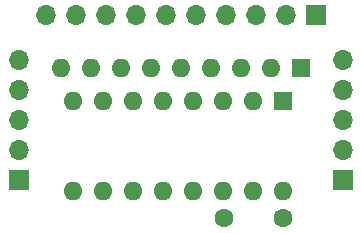
<source format=gbr>
%TF.GenerationSoftware,KiCad,Pcbnew,(6.0.2)*%
%TF.CreationDate,2022-04-13T03:50:02+09:00*%
%TF.ProjectId,input-74hc165,696e7075-742d-4373-9468-633136352e6b,rev?*%
%TF.SameCoordinates,Original*%
%TF.FileFunction,Soldermask,Bot*%
%TF.FilePolarity,Negative*%
%FSLAX46Y46*%
G04 Gerber Fmt 4.6, Leading zero omitted, Abs format (unit mm)*
G04 Created by KiCad (PCBNEW (6.0.2)) date 2022-04-13 03:50:02*
%MOMM*%
%LPD*%
G01*
G04 APERTURE LIST*
%ADD10O,1.700000X1.700000*%
%ADD11R,1.700000X1.700000*%
%ADD12R,1.600000X1.600000*%
%ADD13O,1.600000X1.600000*%
%ADD14C,1.600000*%
G04 APERTURE END LIST*
D10*
%TO.C,J1*%
X153162000Y-86360000D03*
X155702000Y-86360000D03*
X158242000Y-86360000D03*
X160782000Y-86360000D03*
X163322000Y-86360000D03*
X165862000Y-86360000D03*
X168402000Y-86360000D03*
X170942000Y-86360000D03*
X173482000Y-86360000D03*
D11*
X176022000Y-86360000D03*
%TD*%
D10*
%TO.C,IN1*%
X150876000Y-90165000D03*
X150876000Y-92705000D03*
X150876000Y-95245000D03*
X150876000Y-97785000D03*
D11*
X150876000Y-100325000D03*
%TD*%
D12*
%TO.C,74HC165_1*%
X173228000Y-93599000D03*
D13*
X170688000Y-93599000D03*
X168148000Y-93599000D03*
X165608000Y-93599000D03*
X163068000Y-93599000D03*
X160528000Y-93599000D03*
X157988000Y-93599000D03*
X155448000Y-93599000D03*
X155448000Y-101219000D03*
X157988000Y-101219000D03*
X160528000Y-101219000D03*
X163068000Y-101219000D03*
X165608000Y-101219000D03*
X168148000Y-101219000D03*
X170688000Y-101219000D03*
X173228000Y-101219000D03*
%TD*%
D12*
%TO.C,RN1*%
X174752000Y-90805000D03*
D13*
X172212000Y-90805000D03*
X169672000Y-90805000D03*
X167132000Y-90805000D03*
X164592000Y-90805000D03*
X162052000Y-90805000D03*
X159512000Y-90805000D03*
X156972000Y-90805000D03*
X154432000Y-90805000D03*
%TD*%
D11*
%TO.C,OUT1*%
X178308000Y-100325000D03*
D10*
X178308000Y-97785000D03*
X178308000Y-95245000D03*
X178308000Y-92705000D03*
X178308000Y-90165000D03*
%TD*%
D14*
%TO.C,C1*%
X168228000Y-103505000D03*
X173228000Y-103505000D03*
%TD*%
M02*

</source>
